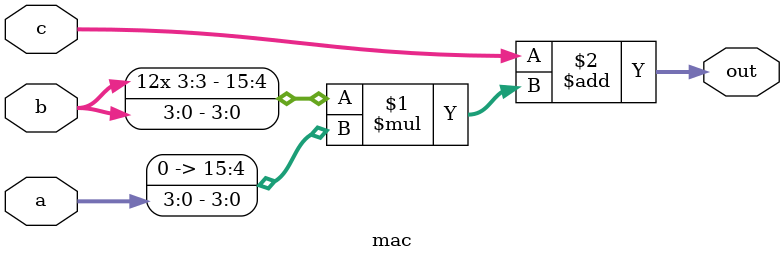
<source format=v>
module mac (out, a, b, c);

parameter bw = 4;
parameter psum_bw = 16;
output [psum_bw-1:0] out;
input [bw-1:0] a;  // activation
input [bw-1:0] b;  // weight
input [psum_bw-1:0] c;


wire [2*bw:0] product;
wire [psum_bw-1:0] psum;
wire [bw:0]   a_pad;


//output signed [psum_bw-1:0] out;
//input signed  [bw-1:0] a;  // activation
//input signed  [bw-1:0] b;  // weight
//input signed  [psum_bw-1:0] c;
//
//
//wire signed [2*bw:0] product;
//wire signed [psum_bw-1:0] psum;
//wire signed [bw:0]   a_pad;

assign out = c + {{(psum_bw-bw){b[bw-1]}},b}*$signed({{(psum_bw-bw){1'b0}},a});

endmodule

</source>
